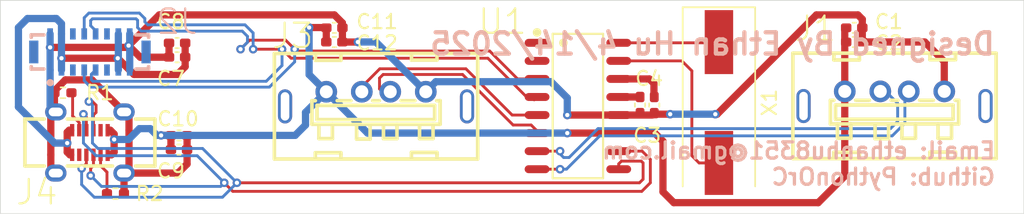
<source format=kicad_pcb>
(kicad_pcb (version 20241229) (generator "pcbnew") (generator_version "9.0")
  (layers (0 "F.Cu" signal "Top Layer") (2 "B.Cu" signal "Bottom Layer") (13 "F.Paste" user "Top Paste Mask Layer") (15 "B.Paste" user "Bottom Paste Mask Layer") (5 "F.SilkS" user "Top Silkscreen Layer") (7 "B.SilkS" user "Bottom Silkscreen Layer") (1 "F.Mask" user "Top Solder Mask Layer") (3 "B.Mask" user "Bottom Solder Mask Layer") (25 "Edge.Cuts" user))
  (net 0 "")
  (net 1 "Earth")
  (net 2 "+5V")
  (net 3 "Net-(U1-VDD18)")
  (net 4 "Net-(U1-VDD33)")
  (net 7 "/DM1")
  (net 8 "/DP1")
  (net 11 "/DM2")
  (net 12 "/DP2")
  (net 15 "/DM3")
  (net 17 "/DP3")
  (net 22 "/DP")
  (net 23 "/DM")
  (net 25 "Net-(J4-CC1)")
  (net 26 "Net-(J4-CC2)")
  (net 27 "Net-(U1-XOUT)")
  (net 29 "Net-(U1-XIN)")
  (footprint "Capacitor_SMD:C_0402_1005Metric_Pad0.74x0.62mm_HandSolder" (layer "F.Cu") (at 212.243575 96.2117)
    (property "Reference" "C2" (at 2.4325 0.0674 0) (layer "F.SilkS"))
    (property "Value" "0.1 uF")
    (pad "1" smd roundrect (at -0.5675 0) (size 0.735 0.62) (layers "F.Cu" "F.Mask" "F.Paste") (net 2 "+5V"))
    (pad "2" smd roundrect (at 0.5675 0) (size 0.735 0.62) (layers "F.Cu" "F.Mask" "F.Paste") (net 1 "Earth"))
  )
  (footprint "Capacitor_SMD:C_0402_1005Metric_Pad0.74x0.62mm_HandSolder" (layer "F.Cu") (at 164.7436 102.7791)
    (property "Reference" "C10" (at -0.067525 -1.16 0) (layer "F.SilkS"))
    (property "Value" "0.1 uF")
    (pad "1" smd roundrect (at -0.5675 0) (size 0.735 0.62) (layers "F.Cu" "F.Mask" "F.Paste") (net 2 "+5V"))
    (pad "2" smd roundrect (at 0.5675 0) (size 0.735 0.62) (layers "F.Cu" "F.Mask" "F.Paste") (net 1 "Earth"))
  )
  (footprint "Capacitor_SMD:C_0402_1005Metric_Pad0.74x0.62mm_HandSolder" (layer "F.Cu") (at 164.7436 103.7791)
    (property "Reference" "C9" (at -0.567525 1.5 0) (layer "F.SilkS"))
    (property "Value" "10 uF")
    (pad "1" smd roundrect (at -0.5675 0) (size 0.735 0.62) (layers "F.Cu" "F.Mask" "F.Paste") (net 2 "+5V"))
    (pad "2" smd roundrect (at 0.5675 0) (size 0.735 0.62) (layers "F.Cu" "F.Mask" "F.Paste") (net 1 "Earth"))
  )
  (footprint "Capacitor_SMD:C_0402_1005Metric_Pad0.74x0.62mm_HandSolder" (layer "F.Cu") (at 175.671575 96.2117)
    (property "Reference" "C12" (at 3.0045 0.0674 0) (layer "F.SilkS"))
    (property "Value" "0.1 uF")
    (pad "1" smd roundrect (at -0.5675 0) (size 0.735 0.62) (layers "F.Cu" "F.Mask" "F.Paste") (net 2 "+5V"))
    (pad "2" smd roundrect (at 0.5675 0) (size 0.735 0.62) (layers "F.Cu" "F.Mask" "F.Paste") (net 1 "Earth"))
  )
  (footprint "Capacitor_SMD:C_0402_1005Metric_Pad0.74x0.62mm_HandSolder" (layer "F.Cu") (at 212.243575 95.2117)
    (property "Reference" "C1" (at 2.4325 -0.4326 0) (layer "F.SilkS"))
    (property "Value" "10 uF")
    (pad "1" smd roundrect (at -0.5675 0) (size 0.735 0.62) (layers "F.Cu" "F.Mask" "F.Paste") (net 2 "+5V"))
    (pad "2" smd roundrect (at 0.5675 0) (size 0.735 0.62) (layers "F.Cu" "F.Mask" "F.Paste") (net 1 "Earth"))
  )
  (footprint "Resistor_SMD:R_0402_1005Metric_Pad0.72x0.64mm_HandSolder" (layer "F.Cu") (at 156.5786 99.7791)
    (property "Reference" "R1" (at 2.597475 0 0) (layer "F.SilkS"))
    (property "Value" "5.1k")
    (pad "1" smd roundrect (at -0.5975 0) (size 0.715 0.64) (layers "F.Cu" "F.Mask" "F.Paste") (net 1 "Earth"))
    (pad "2" smd roundrect (at 0.5975 0) (size 0.715 0.64) (layers "F.Cu" "F.Mask" "F.Paste") (net 25 "Net-(J4-CC1)"))
  )
  (footprint "Capacitor_SMD:C_0402_1005Metric_Pad0.74x0.62mm_HandSolder" (layer "F.Cu") (at 197.176075 100.6442 -90)
    (property "Reference" "C4" (at -1.8651 -0.64 180) (layer "F.SilkS"))
    (property "Value" "10 uF")
    (pad "1" smd roundrect (at -0.5675 0 270) (size 0.735 0.62) (layers "F.Cu" "F.Mask" "F.Paste") (net 4 "Net-(U1-VDD33)"))
    (pad "2" smd roundrect (at 0.5675 0 270) (size 0.735 0.62) (layers "F.Cu" "F.Mask" "F.Paste") (net 1 "Earth"))
  )
  (footprint "custom-components:USB-C-SMD_TYPEC-303-ACP16" (layer "F.Cu") (at 158.4761 103.2791)
    (property "Reference" "J4" (at -5.300025 4.5 0) (layer "F.SilkS") (effects (font (size 1.7145 1.7145) (thickness 0.1524)) (justify left bottom)))
    (property "Value" "TYPEC-303-ACP16" (hide yes))
    (pad "1" thru_hole oval (at -2.40005 -2.15011) (size 1.5 1.2) (drill oval 1 0.6096) (layers "*.Cu" "*.Mask") (net 1 "Earth"))
    (pad "2" thru_hole oval (at -2.40005 2.15011) (size 1.5 1.2) (drill oval 1 0.6096) (layers "*.Cu" "*.Mask") (net 1 "Earth"))
    (pad "3" thru_hole oval (at 2.4 -2.15001) (size 1.5 1.2) (drill oval 1 0.6096 (offset 0.00005 -0.0001)) (layers "*.Cu" "*.Mask") (net 1 "Earth"))
    (pad "4" thru_hole oval (at 2.40005 2.15011) (size 1.5 1.2) (drill oval 1 0.6096) (layers "*.Cu" "*.Mask") (net 1 "Earth"))
    (pad "A1" smd rect (at -2.75006 -0.86487) (size 0.3 0.87) (layers "F.Cu" "F.Mask" "F.Paste") (net 1 "Earth"))
    (pad "A4" smd rect (at -1.24993 -0.86487) (size 0.3 0.87) (layers "F.Cu" "F.Mask" "F.Paste") (net 2 "+5V"))
    (pad "A5" smd rect (at -0.75006 -0.86487) (size 0.3 0.87) (layers "F.Cu" "F.Mask" "F.Paste") (net 25 "Net-(J4-CC1)"))
    (pad "A6" smd rect (at -0.24994 -0.86487) (size 0.3 0.87) (layers "F.Cu" "F.Mask" "F.Paste") (net 22 "/DP"))
    (pad "A7" smd rect (at 0.24994 -0.86487) (size 0.3 0.87) (layers "F.Cu" "F.Mask" "F.Paste") (net 23 "/DM"))
    (pad "A8" smd rect (at 0.75006 -0.86487) (size 0.3 0.87) (layers "F.Cu" "F.Mask" "F.Paste"))
    (pad "A9" smd rect (at 1.24993 -0.86487) (size 0.3 0.87) (layers "F.Cu" "F.Mask" "F.Paste") (net 2 "+5V"))
    (pad "A12" smd rect (at 2.75006 -0.86487) (size 0.3 0.87) (layers "F.Cu" "F.Mask" "F.Paste") (net 1 "Earth"))
    (pad "B1" smd rect (at 2.75006 0.86512) (size 0.3 0.87) (layers "F.Cu" "F.Mask" "F.Paste") (net 1 "Earth"))
    (pad "B4" smd rect (at 1.24993 0.86512) (size 0.3 0.87) (layers "F.Cu" "F.Mask" "F.Paste") (net 2 "+5V"))
    (pad "B5" smd rect (at 0.75006 0.86512) (size 0.3 0.87) (layers "F.Cu" "F.Mask" "F.Paste") (net 26 "Net-(J4-CC2)"))
    (pad "B6" smd rect (at 0.24994 0.86512) (size 0.3 0.87) (layers "F.Cu" "F.Mask" "F.Paste") (net 22 "/DP"))
    (pad "B7" smd rect (at -0.24994 0.86512) (size 0.3 0.87) (layers "F.Cu" "F.Mask" "F.Paste") (net 23 "/DM"))
    (pad "B8" smd rect (at -0.75006 0.86512) (size 0.3 0.87) (layers "F.Cu" "F.Mask" "F.Paste"))
    (pad "B9" smd rect (at -1.24993 0.86512) (size 0.3 0.87) (layers "F.Cu" "F.Mask" "F.Paste") (net 2 "+5V"))
    (pad "B12" smd rect (at -2.75006 0.86512) (size 0.3 0.87) (layers "F.Cu" "F.Mask" "F.Paste") (net 1 "Earth"))
  )
  (footprint "Capacitor_SMD:C_0402_1005Metric_Pad0.74x0.62mm_HandSolder" (layer "F.Cu") (at 198.176075 100.6442 -90)
    (property "Reference" "C3" (at 2.1349 0.5 180) (layer "F.SilkS"))
    (property "Value" "10 uF")
    (pad "1" smd roundrect (at -0.5675 0 270) (size 0.735 0.62) (layers "F.Cu" "F.Mask" "F.Paste") (net 3 "Net-(U1-VDD18)"))
    (pad "2" smd roundrect (at 0.5675 0 270) (size 0.735 0.62) (layers "F.Cu" "F.Mask" "F.Paste") (net 1 "Earth"))
  )
  (footprint "Resistor_SMD:R_0402_1005Metric_Pad0.72x0.64mm_HandSolder" (layer "F.Cu") (at 160.2736 106.8751 180)
    (property "Reference" "R2" (at -2.402475 0 0) (layer "F.SilkS"))
    (property "Value" "5.1k")
    (pad "1" smd roundrect (at -0.5975 0 180) (size 0.715 0.64) (layers "F.Cu" "F.Mask" "F.Paste") (net 1 "Earth"))
    (pad "2" smd roundrect (at 0.5975 0 180) (size 0.715 0.64) (layers "F.Cu" "F.Mask" "F.Paste") (net 26 "Net-(J4-CC2)"))
  )
  (footprint "Crystal:Crystal_SMD_HC49-SD" (layer "F.Cu") (at 202.725075 100.4661 -90)
    (property "Reference" "X1" (at 0 -3.55 270) (layer "F.SilkS"))
    (property "Value" "12 MHz")
    (pad "1" smd rect (at -4.25 0 270) (size 4.5 2) (layers "F.Cu" "F.Mask" "F.Paste") (net 29 "Net-(U1-XIN)"))
    (pad "2" smd rect (at 4.25 0 270) (size 4.5 2) (layers "F.Cu" "F.Mask" "F.Paste") (net 27 "Net-(U1-XOUT)"))
  )
  (footprint "Capacitor_SMD:C_0402_1005Metric_Pad0.74x0.62mm_HandSolder" (layer "F.Cu") (at 175.671575 95.2117)
    (property "Reference" "C11" (at 3.0045 -0.4326 0) (layer "F.SilkS"))
    (property "Value" "10 uF")
    (pad "1" smd roundrect (at -0.5675 0) (size 0.735 0.62) (layers "F.Cu" "F.Mask" "F.Paste") (net 2 "+5V"))
    (pad "2" smd roundrect (at 0.5675 0) (size 0.735 0.62) (layers "F.Cu" "F.Mask" "F.Paste") (net 1 "Earth"))
  )
  (footprint "custom-components:SOP-16_L10.0-W3.9-P1.27-LS6.0-BL" (layer "F.Cu") (at 192.803575 100.7117 -90)
    (property "Reference" "U1" (at -4.9326 7.1275 0) (layer "F.SilkS") (effects (font (size 1.7145 1.7145) (thickness 0.1524)) (justify left bottom)))
    (property "Value" "SL2.1A" (hide yes))
    (pad "1" smd oval (at -4.445 2.87249 270) (size 0.55999 1.74501) (layers "F.Cu" "F.Mask" "F.Paste"))
    (pad "2" smd oval (at -3.175 2.87249 270) (size 0.55999 1.74501) (layers "F.Cu" "F.Mask" "F.Paste"))
    (pad "3" smd oval (at -1.905 2.87249 270) (size 0.55999 1.74501) (layers "F.Cu" "F.Mask" "F.Paste") (net 15 "/DM3"))
    (pad "4" smd oval (at -0.635 2.87249 270) (size 0.55999 1.74501) (layers "F.Cu" "F.Mask" "F.Paste") (net 17 "/DP3"))
    (pad "5" smd oval (at 0.635 2.87249 270) (size 0.55999 1.74501) (layers "F.Cu" "F.Mask" "F.Paste") (net 11 "/DM2"))
    (pad "6" smd oval (at 1.905 2.87249 270) (size 0.55999 1.74501) (layers "F.Cu" "F.Mask" "F.Paste") (net 12 "/DP2"))
    (pad "7" smd oval (at 3.175 2.87249 270) (size 0.55999 1.74501) (layers "F.Cu" "F.Mask" "F.Paste") (net 7 "/DM1"))
    (pad "8" smd oval (at 4.445 2.87249 270) (size 0.55999 1.74501) (layers "F.Cu" "F.Mask" "F.Paste") (net 8 "/DP1"))
    (pad "9" smd oval (at 4.445 -2.87249 270) (size 0.55999 1.74501) (layers "F.Cu" "F.Mask" "F.Paste") (net 23 "/DM"))
    (pad "10" smd oval (at 3.175 -2.87249 270) (size 0.55999 1.74501) (layers "F.Cu" "F.Mask" "F.Paste") (net 22 "/DP"))
    (pad "11" smd oval (at 1.905 -2.87249 270) (size 0.55999 1.74501) (layers "F.Cu" "F.Mask" "F.Paste") (net 2 "+5V"))
    (pad "12" smd oval (at 0.635 -2.87249 270) (size 0.55999 1.74501) (layers "F.Cu" "F.Mask" "F.Paste") (net 1 "Earth"))
    (pad "13" smd oval (at -0.635 -2.87249 270) (size 0.55999 1.74501) (layers "F.Cu" "F.Mask" "F.Paste") (net 4 "Net-(U1-VDD33)"))
    (pad "14" smd oval (at -1.905 -2.87249 270) (size 0.55999 1.74501) (layers "F.Cu" "F.Mask" "F.Paste") (net 3 "Net-(U1-VDD18)"))
    (pad "15" smd oval (at -3.175 -2.87249 270) (size 0.55999 1.74501) (layers "F.Cu" "F.Mask" "F.Paste") (net 27 "Net-(U1-XOUT)"))
    (pad "16" smd oval (at -4.445 -2.87249 270) (size 0.55999 1.74501) (layers "F.Cu" "F.Mask" "F.Paste") (net 29 "Net-(U1-XIN)"))
  )
  (footprint "custom-components:USB-A-FEMALE" (layer "F.Cu") (at 178.603275 100.223)
    (property "Reference" "J3" (at -7.4272 -3.4439 0) (layer "F.SilkS") (effects (font (size 1.7145 1.7145) (thickness 0.1524)) (justify left bottom)))
    (property "Value" "10.0 180° ZCJB-HJ" (hide yes))
    (pad "1" thru_hole circle (at -3.50014 -0.51504) (size 1.524 1.524) (drill 0.9144 (offset -0.0001 0.00005)) (layers "*.Cu" "*.Mask") (net 2 "+5V"))
    (pad "2" thru_hole circle (at -1.00078 -0.51504) (size 1.524 1.524) (drill 0.9144 (offset -0.0001 0.00005)) (layers "*.Cu" "*.Mask") (net 11 "/DM2"))
    (pad "3" thru_hole circle (at 1.00074 -0.51504) (size 1.524 1.524) (drill 0.9144 (offset -0.0001 0.00005)) (layers "*.Cu" "*.Mask") (net 12 "/DP2"))
    (pad "4" thru_hole circle (at 3.5001 -0.51504) (size 1.524 1.524) (drill 0.9144 (offset -0.0001 0.00005)) (layers "*.Cu" "*.Mask") (net 1 "Earth"))
    (pad "5" thru_hole oval (at -6.40105 0.51381 270) (size 2.4 1) (drill oval 2 0.6 (offset 0.00117 -0.00114)) (layers "*.Cu" "*.Mask"))
    (pad "6" thru_hole oval (at 6.40101 0.51381 90) (size 2.4 1) (drill oval 2 0.6 (offset -0.00117 -0.00109)) (layers "*.Cu" "*.Mask"))
  )
  (footprint "Capacitor_SMD:C_0402_1005Metric_Pad0.74x0.62mm_HandSolder" (layer "F.Cu") (at 164.6086 97.2791 180)
    (property "Reference" "C7" (at 0.432525 -1.5 0) (layer "F.SilkS"))
    (property "Value" "10 uF")
    (pad "1" smd roundrect (at -0.5675 0 180) (size 0.735 0.62) (layers "F.Cu" "F.Mask" "F.Paste") (net 2 "+5V"))
    (pad "2" smd roundrect (at 0.5675 0 180) (size 0.735 0.62) (layers "F.Cu" "F.Mask" "F.Paste") (net 1 "Earth"))
  )
  (footprint "Capacitor_SMD:C_0402_1005Metric_Pad0.74x0.62mm_HandSolder" (layer "F.Cu") (at 164.6086 96.2791 180)
    (property "Reference" "C8" (at 0.432525 1.5 0) (layer "F.SilkS"))
    (property "Value" "0.1 uF")
    (pad "1" smd roundrect (at -0.5675 0 180) (size 0.735 0.62) (layers "F.Cu" "F.Mask" "F.Paste") (net 2 "+5V"))
    (pad "2" smd roundrect (at 0.5675 0 180) (size 0.735 0.62) (layers "F.Cu" "F.Mask" "F.Paste") (net 1 "Earth"))
  )
  (footprint "custom-components:USB-A-FEMALE" (layer "F.Cu") (at 215.077075 100.1979)
    (property "Reference" "J1" (at -7.15017 -3.9188 0) (layer "F.SilkS") (effects (font (size 1.7145 1.7145) (thickness 0.1524)) (justify left bottom)))
    (property "Value" "10.0 180° ZCJB-HJ" (hide yes))
    (pad "1" thru_hole circle (at -3.50014 -0.51504) (size 1.524 1.524) (drill 0.9144 (offset -0.0001 0.00005)) (layers "*.Cu" "*.Mask") (net 2 "+5V"))
    (pad "2" thru_hole circle (at -1.00078 -0.51504) (size 1.524 1.524) (drill 0.9144 (offset -0.0001 0.00005)) (layers "*.Cu" "*.Mask") (net 7 "/DM1"))
    (pad "3" thru_hole circle (at 1.00074 -0.51504) (size 1.524 1.524) (drill 0.9144 (offset -0.0001 0.00005)) (layers "*.Cu" "*.Mask") (net 8 "/DP1"))
    (pad "4" thru_hole circle (at 3.5001 -0.51504) (size 1.524 1.524) (drill 0.9144 (offset -0.0001 0.00005)) (layers "*.Cu" "*.Mask") (net 1 "Earth"))
    (pad "5" thru_hole oval (at -6.40105 0.51381 270) (size 2.4 1) (drill oval 2 0.6 (offset 0.00117 -0.00114)) (layers "*.Cu" "*.Mask"))
    (pad "6" thru_hole oval (at 6.40101 0.51381 90) (size 2.4 1) (drill oval 2 0.6 (offset -0.00117 -0.00109)) (layers "*.Cu" "*.Mask"))
  )
  (footprint "custom-components:TYPE-C-SMD-MALE" (layer "B.Cu") (at 158.4761 96.9091)
    (property "Reference" "J2" (at 7.699975 -1.13 0) (layer "B.SilkS") (effects (font (size 1.7145 1.7145) (thickness 0.1524)) (justify left bottom mirror)))
    (property "Value" "918-118A2021Y40002" (hide yes))
    (pad "1" smd rect (at -2.79997 1.27) (size 0.4 0.78999) (layers "B.Cu" "B.Mask" "B.Paste") (net 1 "Earth"))
    (pad "2" smd rect (at -1.99987 1.27) (size 0.4 0.78999) (layers "B.Cu" "B.Mask" "B.Paste") (net 2 "+5V"))
    (pad "3" smd rect (at -1.20003 1.27) (size 0.4 0.78999) (layers "B.Cu" "B.Mask" "B.Paste"))
    (pad "4" smd rect (at -0.39993 1.27) (size 0.4 0.78999) (layers "B.Cu" "B.Mask" "B.Paste") (net 15 "/DM3"))
    (pad "5" smd rect (at 0.39992 1.27) (size 0.4 0.78999) (layers "B.Cu" "B.Mask" "B.Paste") (net 17 "/DP3"))
    (pad "6" smd rect (at 1.20002 1.27) (size 0.4 0.78999) (layers "B.Cu" "B.Mask" "B.Paste"))
    (pad "7" smd rect (at 2.00012 1.27) (size 0.4 0.78999) (layers "B.Cu" "B.Mask" "B.Paste") (net 2 "+5V"))
    (pad "8" smd rect (at 2.79997 1.27) (size 0.4 0.78999) (layers "B.Cu" "B.Mask" "B.Paste") (net 1 "Earth"))
    (pad "9" smd rect (at -2.79997 -1.27) (size 0.4 0.78999) (layers "B.Cu" "B.Mask" "B.Paste") (net 1 "Earth"))
    (pad "10" smd rect (at -1.99987 -1.27) (size 0.4 0.78999) (layers "B.Cu" "B.Mask" "B.Paste") (net 2 "+5V"))
    (pad "11" smd rect (at -1.20003 -1.27) (size 0.4 0.78999) (layers "B.Cu" "B.Mask" "B.Paste"))
    (pad "12" smd rect (at -0.39993 -1.27) (size 0.4 0.78999) (layers "B.Cu" "B.Mask" "B.Paste") (net 17 "/DP3"))
    (pad "13" smd rect (at 0.39992 -1.27) (size 0.4 0.78999) (layers "B.Cu" "B.Mask" "B.Paste") (net 15 "/DM3"))
    (pad "14" smd rect (at 1.20002 -1.27) (size 0.4 0.78999) (layers "B.Cu" "B.Mask" "B.Paste"))
    (pad "15" smd rect (at 2.00012 -1.27) (size 0.4 0.78999) (layers "B.Cu" "B.Mask" "B.Paste") (net 2 "+5V"))
    (pad "16" smd rect (at 2.79997 -1.27) (size 0.4 0.78999) (layers "B.Cu" "B.Mask" "B.Paste") (net 1 "Earth"))
    (pad "17" smd rect (at 3.95008 0) (size 0.65001 1.6) (layers "B.Cu" "B.Mask" "B.Paste"))
    (pad "18" smd rect (at -3.95008 0) (size 0.65001 1.6) (layers "B.Cu" "B.Mask" "B.Paste"))
  )
  (gr_rect (start 152.176075 93.2791) (end 224.176075 108.2791) (stroke (width 0.05)) (fill no) (layer "Edge.Cuts"))
  (gr_text "Designed By Ethan Hu 4/14/2025" (at 222.283075 97.2231 0) (layer "B.SilkS") (effects (font (size 1.5 1.5) (thickness 0.3) (bold yes)) (justify left bottom mirror)))
  (gr_text "Email: ethanhu8351@gmail.com\nGithub: PythonOrC" (at 222.283075 106.3671 0) (layer "B.SilkS") (effects (font (size 1.143 1.143) (thickness 0.2286) (bold yes)) (justify left bottom mirror)))
  (segment (start 158.62111 98.8741) (end 160.8761 101.12909) (width 0.508) (layer "F.Cu") (net 1))
  (segment (start 198.251475 101.2871) (end 198.176075 101.2117) (width 0.508) (layer "F.Cu") (net 1))
  (segment (start 156.751075 98.8741) (end 158.62111 98.8741) (width 0.508) (layer "F.Cu") (net 1))
  (segment (start 162.014075 97.2791) (end 164.0411 97.2791) (width 0.508) (layer "F.Cu") (net 1))
  (segment (start 175.674075 94.3021) (end 176.239075 94.8671) (width 0.508) (layer "F.Cu") (net 1))
  (segment (start 161.05204 105.6051) (end 160.87615 105.42921) (width 0.2) (layer "F.Cu") (net 1))
  (segment (start 160.87615 106.3671) (end 160.87615 106.77405) (width 0.508) (layer "F.Cu") (net 1))
  (segment (start 161.05204 105.6051) (end 161.196075 105.6051) (width 0.2) (layer "F.Cu") (net 1))
  (segment (start 155.72604 105.0792) (end 156.07605 105.42921) (width 0.2) (layer "F.Cu") (net 1))
  (segment (start 199.296075 101.2871) (end 198.251475 101.2871) (width 0.508) (layer "F.Cu") (net 1))
  (segment (start 155.72604 104.14422) (end 155.72604 101.479) (width 0.508) (layer "F.Cu") (net 1))
  (segment (start 160.87615 105.42921) (end 160.87615 106.3671) (width 0.508) (layer "F.Cu") (net 1))
  (segment (start 155.67613 96.5881) (end 161.069075 96.5881) (width 0.508) (layer "F.Cu") (net 1))
  (segment (start 161.069075 96.5881) (end 161.196075 96.4611) (width 0.508) (layer "F.Cu") (net 1))
  (segment (start 160.87615 106.77405) (end 160.8711 106.7791) (width 0.2) (layer "F.Cu") (net 1))
  (segment (start 195.676065 101.3467) (end 192.057075 101.3467) (width 0.508) (layer "F.Cu") (net 1))
  (segment (start 165.3111 104.792075) (end 164.673965 105.42921) (width 0.508) (layer "F.Cu") (net 1))
  (segment (start 164.673965 105.42921) (end 160.87615 105.42921) (width 0.508) (layer "F.Cu") (net 1))
  (segment (start 165.3111 102.7791) (end 165.3111 103.7791) (width 0.508) (layer "F.Cu") (net 1))
  (segment (start 160.87615 105.42921) (end 161.22616 105.0792) (width 0.2) (layer "F.Cu") (net 1))
  (segment (start 202.598075 101.2871) (end 209.583075 94.3021) (width 0.508) (layer "F.Cu") (net 1))
  (segment (start 198.041075 101.3467) (end 198.176075 101.2117) (width 0.2) (layer "F.Cu") (net 1))
  (segment (start 160.87615 106.3671) (end 160.87615 106.956025) (width 0.508) (layer "F.Cu") (net 1))
  (segment (start 218.577175 97.5812) (end 218.577175 99.68286) (width 0.508) (layer "F.Cu") (net 1))
  (segment (start 155.9811 99.7791) (end 155.9811 99.644075) (width 0.508) (layer "F.Cu") (net 1))
  (segment (start 161.196075 96.4611) (end 163.355075 94.3021) (width 0.508) (layer "F.Cu") (net 1))
  (segment (start 176.239075 96.2117) (end 177.320475 96.2117) (width 0.508) (layer "F.Cu") (net 1))
  (segment (start 164.0411 96.2791) (end 164.0411 97.2791) (width 0.508) (layer "F.Cu") (net 1))
  (segment (start 209.583075 94.3021) (end 212.504075 94.3021) (width 0.508) (layer "F.Cu") (net 1))
  (segment (start 195.676065 101.3467) (end 198.041075 101.3467) (width 0.508) (layer "F.Cu") (net 1))
  (segment (start 176.239075 95.2117) (end 176.239075 96.2117) (width 0.508) (layer "F.Cu") (net 1))
  (segment (start 155.9811 99.7791) (end 155.9811 101.03404) (width 0.508) (layer "F.Cu") (net 1))
  (segment (start 176.239075 94.8671) (end 176.239075 95.2117) (width 0.508) (layer "F.Cu") (net 1))
  (segment (start 217.203075 96.2071) (end 218.577175 97.5812) (width 0.508) (layer "F.Cu") (net 1))
  (segment (start 155.9811 99.644075) (end 156.751075 98.8741) (width 0.508) (layer "F.Cu") (net 1))
  (segment (start 212.811075 96.2117) (end 212.815675 96.2071) (width 0.508) (layer "F.Cu") (net 1))
  (segment (start 161.22616 105.0792) (end 161.22616 104.14422) (width 0.508) (layer "F.Cu") (net 1))
  (segment (start 155.9811 101.03404) (end 156.07605 101.12899) (width 0.2) (layer "F.Cu") (net 1))
  (segment (start 165.3111 103.7791) (end 165.3111 104.792075) (width 0.508) (layer "F.Cu") (net 1))
  (segment (start 212.811075 94.6091) (end 212.811075 95.2117) (width 0.508) (layer "F.Cu") (net 1))
  (segment (start 155.72604 101.479) (end 156.07605 101.12899) (width 0.508) (layer "F.Cu") (net 1))
  (segment (start 212.815675 96.2071) (end 217.203075 96.2071) (width 0.508) (layer "F.Cu") (net 1))
  (segment (start 212.504075 94.3021) (end 212.811075 94.6091) (width 0.508) (layer "F.Cu") (net 1))
  (segment (start 161.22616 104.14422) (end 161.22616 102.41423) (width 0.508) (layer "F.Cu") (net 1))
  (segment (start 161.22616 102.41423) (end 161.22616 101.47915) (width 0.508) (layer "F.Cu") (net 1))
  (segment (start 161.196075 96.4611) (end 162.014075 97.2791) (width 0.508) (layer "F.Cu") (net 1))
  (segment (start 155.72604 104.14422) (end 155.72604 105.0792) (width 0.508) (layer "F.Cu") (net 1))
  (segment (start 202.471075 101.2871) (end 202.598075 101.2871) (width 0.508) (layer "F.Cu") (net 1))
  (segment (start 163.355075 94.3021) (end 175.674075 94.3021) (width 0.508) (layer "F.Cu") (net 1))
  (segment (start 177.320475 96.2117) (end 177.325075 96.2071) (width 0.508) (layer "F.Cu") (net 1))
  (segment (start 212.811075 95.2117) (end 212.811075 96.2117) (width 0.508) (layer "F.Cu") (net 1))
  (segment (start 161.22616 101.47915) (end 160.8761 101.12909) (width 0.508) (layer "F.Cu") (net 1))
  (via (at 155.67613 96.5881) (size 0.6) (drill 0.3) (layers "F.Cu" "B.Cu") (net 1))
  (via (at 161.196075 96.4611) (size 0.6) (drill 0.3) (layers "F.Cu" "B.Cu") (net 1))
  (via (at 199.296075 101.2871) (size 0.6) (drill 0.3) (layers "F.Cu" "B.Cu") (net 1))
  (via (at 192.057075 101.3467) (size 0.6) (drill 0.3) (layers "F.Cu" "B.Cu") (net 1))
  (via (at 202.471075 101.2871) (size 0.6) (drill 0.3) (layers "F.Cu" "B.Cu") (net 1))
  (via (at 177.325075 96.2071) (size 0.6) (drill 0.3) (layers "F.Cu" "B.Cu") (net 1))
  (segment (start 202.471075 101.2871) (end 199.296075 101.2871) (width 0.508) (layer "B.Cu") (net 1))
  (segment (start 155.67613 100.72907) (end 155.67613 98.1791) (width 0.508) (layer "B.Cu") (net 1))
  (segment (start 161.196075 96.4611) (end 161.27607 96.381105) (width 0.508) (layer "B.Cu") (net 1))
  (segment (start 161.196075 96.4611) (end 161.27607 96.541095) (width 0.508) (layer "B.Cu") (net 1))
  (segment (start 161.27607 96.541095) (end 161.27607 98.1791) (width 0.508) (layer "B.Cu") (net 1))
  (segment (start 155.67613 98.1791) (end 155.67613 96.5881) (width 0.508) (layer "B.Cu") (net 1))
  (segment (start 155.67613 96.5881) (end 155.67613 95.6391) (width 0.508) (layer "B.Cu") (net 1))
  (segment (start 182.095935 99.70796) (end 182.103375 99.70796) (width 0.508) (layer "B.Cu") (net 1))
  (segment (start 190.914075 99.0011) (end 182.810235 99.0011) (width 0.508) (layer "B.Cu") (net 1))
  (segment (start 192.057075 100.1441) (end 190.914075 99.0011) (width 0.508) (layer "B.Cu") (net 1))
  (segment (start 182.810235 99.0011) (end 182.103375 99.70796) (width 0.508) (layer "B.Cu") (net 1))
  (segment (start 161.27607 96.381105) (end 161.27607 95.6391) (width 0.508) (layer "B.Cu") (net 1))
  (segment (start 177.325075 96.2071) (end 178.595075 96.2071) (width 0.508) (layer "B.Cu") (net 1))
  (segment (start 192.057075 101.3467) (end 192.057075 100.1441) (width 0.508) (layer "B.Cu") (net 1))
  (segment (start 178.595075 96.2071) (end 182.095935 99.70796) (width 0.508) (layer "B.Cu") (net 1))
  (segment (start 156.07605 101.12899) (end 155.67613 100.72907) (width 0.2) (layer "B.Cu") (net 1))
  (segment (start 209.710075 107.5101) (end 199.550075 107.5101) (width 0.508) (layer "F.Cu") (net 2))
  (segment (start 157.068195 104.14422) (end 156.878075 103.9541) (width 0.508) (layer "F.Cu") (net 2))
  (segment (start 156.47623 97.3501) (end 160.434075 97.3501) (width 0.508) (layer "F.Cu") (net 2))
  (segment (start 211.576935 105.64324) (end 209.710075 107.5101) (width 0.508) (layer "F.Cu") (net 2))
  (segment (start 211.576935 95.31084) (end 211.676075 95.2117) (width 0.2) (layer "F.Cu") (net 2))
  (segment (start 157.020945 102.41423) (end 157.12204 102.41423) (width 0.508) (layer "F.Cu") (net 2))
  (segment (start 164.625075 98.4931) (end 165.1761 97.942075) (width 0.508) (layer "F.Cu") (net 2))
  (segment (start 198.212675 102.6167) (end 195.676065 102.6167) (width 0.508) (layer "F.Cu") (net 2))
  (segment (start 156.878075 103.9541) (end 156.878075 103.3191) (width 0.508) (layer "F.Cu") (net 2))
  (segment (start 165.1761 96.2791) (end 165.1761 97.2791) (width 0.508) (layer "F.Cu") (net 2))
  (segment (start 159.910205 102.41423) (end 160.180075 102.6841) (width 0.508) (layer "F.Cu") (net 2))
  (segment (start 161.577075 98.4931) (end 164.625075 98.4931) (width 0.508) (layer "F.Cu") (net 2))
  (segment (start 160.434075 97.3501) (end 161.577075 98.4931) (width 0.508) (layer "F.Cu") (net 2))
  (segment (start 156.878075 102.5571) (end 157.020945 102.41423) (width 0.508) (layer "F.Cu") (net 2))
  (segment (start 175.104075 95.2117) (end 175.104075 96.2117) (width 0.508) (layer "F.Cu") (net 2))
  (segment (start 192.057075 102.6167) (end 195.676065 102.6167) (width 0.508) (layer "F.Cu") (net 2))
  (segment (start 160.180075 103.0651) (end 160.180075 102.6841) (width 0.508) (layer "F.Cu") (net 2))
  (segment (start 211.576935 99.68286) (end 211.576935 95.31084) (width 0.508) (layer "F.Cu") (net 2))
  (segment (start 175.083475 95.1911) (end 175.104075 95.2117) (width 0.508) (layer "F.Cu") (net 2))
  (segment (start 173.896075 95.1911) (end 175.083475 95.1911) (width 0.508) (layer "F.Cu") (net 2))
  (segment (start 159.989955 104.14422) (end 159.83016 104.14422) (width 0.508) (layer "F.Cu") (net 2))
  (segment (start 157.068195 104.14422) (end 157.12204 104.14422) (width 0.508) (layer "F.Cu") (net 2))
  (segment (start 199.550075 107.5101) (end 198.788075 106.7481) (width 0.508) (layer "F.Cu") (net 2))
  (segment (start 211.576935 99.68286) (end 211.576935 105.64324) (width 0.508) (layer "F.Cu") (net 2))
  (segment (start 160.180075 103.9541) (end 160.180075 103.0651) (width 0.508) (layer "F.Cu") (net 2))
  (segment (start 165.1761 97.942075) (end 165.1761 97.2791) (width 0.508) (layer "F.Cu") (net 2))
  (segment (start 163.482075 102.7791) (end 164.1761 102.7791) (width 0.508) (layer "F.Cu") (net 2))
  (segment (start 198.788075 106.7481) (end 198.788075 103.1921) (width 0.508) (layer "F.Cu") (net 2))
  (segment (start 198.788075 103.1921) (end 198.212675 102.6167) (width 0.508) (layer "F.Cu") (net 2))
  (segment (start 159.910205 102.41423) (end 159.83016 102.41423) (width 0.508) (layer "F.Cu") (net 2))
  (segment (start 164.1761 102.7791) (end 164.1761 103.7791) (width 0.508) (layer "F.Cu") (net 2))
  (segment (start 159.989955 104.14422) (end 160.180075 103.9541) (width 0.508) (layer "F.Cu") (net 2))
  (segment (start 156.878075 103.3191) (end 156.878075 102.5571) (width 0.508) (layer "F.Cu") (net 2))
  (via (at 156.878075 103.3191) (size 0.6) (drill 0.3) (layers "F.Cu" "B.Cu") (net 2))
  (via (at 173.896075 95.1911) (size 0.6) (drill 0.3) (layers "F.Cu" "B.Cu") (net 2))
  (via (at 160.180075 103.0651) (size 0.6) (drill 0.3) (layers "F.Cu" "B.Cu") (net 2))
  (via (at 163.482075 102.7791) (size 0.6) (drill 0.3) (layers "F.Cu" "B.Cu") (net 2))
  (via (at 192.057075 102.6167) (size 0.6) (drill 0.3) (layers "F.Cu" "B.Cu") (net 2))
  (via (at 156.47623 97.3501) (size 0.6) (drill 0.3) (layers "F.Cu" "B.Cu") (net 2))
  (via (at 160.434075 97.3501) (size 0.6) (drill 0.3) (layers "F.Cu" "B.Cu") (net 2))
  (segment (start 156.47623 94.916255) (end 156.370075 94.8101) (width 0.508) (layer "B.Cu") (net 2))
  (segment (start 161.196075 103.0651) (end 160.180075 103.0651) (width 0.508) (layer "B.Cu") (net 2))
  (segment (start 156.370075 94.8101) (end 156.116075 94.5561) (width 0.508) (layer "B.Cu") (net 2))
  (segment (start 163.482075 102.7791) (end 172.912075 102.7791) (width 0.508) (layer "B.Cu") (net 2))
  (segment (start 154.084075 94.5561) (end 153.449075 95.1911) (width 0.508) (layer "B.Cu") (net 2))
  (segment (start 162.720075 102.3031) (end 161.958075 102.3031) (width 0.508) (layer "B.Cu") (net 2))
  (segment (start 173.642075 101.1601) (end 175.094215 99.70796) (width 0.508) (layer "B.Cu") (net 2))
  (segment (start 172.912075 102.7791) (end 173.642075 102.0491) (width 0.508) (layer "B.Cu") (net 2))
  (segment (start 173.896075 98.5009) (end 173.896075 95.1911) (width 0.508) (layer "B.Cu") (net 2))
  (segment (start 178.011875 102.6167) (end 175.103135 99.70796) (width 0.508) (layer "B.Cu") (net 2))
  (segment (start 156.878075 103.3191) (end 155.989075 103.3191) (width 0.508) (layer "B.Cu") (net 2))
  (segment (start 153.449075 95.1911) (end 153.449075 100.7791) (width 0.508) (layer "B.Cu") (net 2))
  (segment (start 156.116075 94.5561) (end 155.989075 94.5561) (width 0.508) (layer "B.Cu") (net 2))
  (segment (start 173.642075 102.0491) (end 173.642075 101.1601) (width 0.508) (layer "B.Cu") (net 2))
  (segment (start 175.103135 99.70796) (end 173.896075 98.5009) (width 0.508) (layer "B.Cu") (net 2))
  (segment (start 155.989075 103.3191) (end 153.449075 100.7791) (width 0.508) (layer "B.Cu") (net 2))
  (segment (start 175.094215 99.70796) (end 175.103135 99.70796) (width 0.508) (layer "B.Cu") (net 2))
  (segment (start 161.958075 102.3031) (end 161.196075 103.0651) (width 0.508) (layer "B.Cu") (net 2))
  (segment (start 156.47623 95.6391) (end 156.47623 94.916255) (width 0.508) (layer "B.Cu") (net 2))
  (segment (start 163.482075 102.7791) (end 163.196075 102.7791) (width 0.508) (layer "B.Cu") (net 2))
  (segment (start 163.196075 102.7791) (end 162.720075 102.3031) (width 0.508) (layer "B.Cu") (net 2))
  (segment (start 192.057075 102.6167) (end 178.011875 102.6167) (width 0.508) (layer "B.Cu") (net 2))
  (segment (start 155.989075 94.5561) (end 154.084075 94.5561) (width 0.508) (layer "B.Cu") (net 2))
  (segment (start 156.47623 98.1791) (end 156.47623 97.3501) (width 0.508) (layer "B.Cu") (net 2))
  (segment (start 156.47623 97.3501) (end 156.47623 95.6391) (width 0.508) (layer "B.Cu") (net 2))
  (segment (start 160.47622 95.6391) (end 160.47622 98.1791) (width 0.508) (layer "B.Cu") (net 2))
  (segment (start 198.153075 99.1281) (end 198.153075 100.0537) (width 0.508) (layer "F.Cu") (net 3))
  (segment (start 198.153075 100.0537) (end 198.176075 100.0767) (width 0.508) (layer "F.Cu") (net 3))
  (segment (start 197.831675 98.8067) (end 198.153075 99.1281) (width 0.508) (layer "F.Cu") (net 3))
  (segment (start 195.676065 98.8067) (end 197.831675 98.8067) (width 0.508) (layer "F.Cu") (net 3))
  (segment (start 195.676065 100.0767) (end 197.176075 100.0767) (width 0.508) (layer "F.Cu") (net 4))
  (segment (start 189.931085 103.8867) (end 191.549075 103.8867) (width 0.2) (layer "F.Cu") (net 7))
  (via (at 191.549075 103.8867) (size 0.6) (drill 0.3) (layers "F.Cu" "B.Cu") (net 7))
  (segment (start 194.216075 102.3031) (end 214.790075 102.3031) (width 0.2) (layer "B.Cu") (net 7))
  (segment (start 214.076295 99.68286) (end 214.328835 99.68286) (width 0.2) (layer "B.Cu") (net 7))
  (segment (start 215.298075 100.5251) (end 214.455835 99.68286) (width 0.2) (layer "B.Cu") (net 7))
  (segment (start 191.803075 104.3351) (end 192.184075 104.3351) (width 0.2) (layer "B.Cu") (net 7))
  (segment (start 191.549075 103.8867) (end 191.549075 104.0811) (width 0.2) (layer "B.Cu") (net 7))
  (segment (start 192.184075 104.3351) (end 194.216075 102.3031) (width 0.2) (layer "B.Cu") (net 7))
  (segment (start 215.298075 101.7951) (end 215.298075 100.5251) (width 0.2) (layer "B.Cu") (net 7))
  (segment (start 191.549075 104.0811) (end 191.803075 104.3351) (width 0.2) (layer "B.Cu") (net 7))
  (segment (start 214.455835 99.68286) (end 214.076295 99.68286) (width 0.2) (layer "B.Cu") (net 7))
  (segment (start 214.790075 102.3031) (end 215.298075 101.7951) (width 0.2) (layer "B.Cu") (net 7))
  (segment (start 189.931085 105.1567) (end 191.549075 105.1567) (width 0.2) (layer "F.Cu") (net 8))
  (via (at 191.549075 105.1567) (size 0.6) (drill 0.3) (layers "F.Cu" "B.Cu") (net 8))
  (segment (start 191.997475 105.1567) (end 194.343075 102.8111) (width 0.2) (layer "B.Cu") (net 8))
  (segment (start 215.806075 101.9221) (end 215.806075 99.9546) (width 0.2) (layer "B.Cu") (net 8))
  (segment (start 194.343075 102.8111) (end 214.917075 102.8111) (width 0.2) (layer "B.Cu") (net 8))
  (segment (start 214.917075 102.8111) (end 215.806075 101.9221) (width 0.2) (layer "B.Cu") (net 8))
  (segment (start 191.549075 105.1567) (end 191.997475 105.1567) (width 0.2) (layer "B.Cu") (net 8))
  (segment (start 215.806075 99.9546) (end 216.077815 99.68286) (width 0.2) (layer "B.Cu") (net 8))
  (segment (start 177.602495 99.35868) (end 177.602495 99.70796) (width 0.2) (layer "F.Cu") (net 11))
  (segment (start 177.602495 99.2791) (end 178.031355 99.2791) (width 0.2) (layer "F.Cu") (net 11))
  (segment (start 177.602495 99.70796) (end 177.602495 99.10468) (width 0.2) (layer "F.Cu") (net 11))
  (segment (start 189.931085 101.3467) (end 188.179675 101.3467) (width 0.2) (layer "F.Cu") (net 11))
  (segment (start 177.602495 99.70796) (end 177.602495 100.20552) (width 0.2) (layer "F.Cu") (net 11))
  (segment (start 178.031355 99.2791) (end 177.602495 99.70796) (width 0.2) (layer "F.Cu") (net 11))
  (segment (start 184.925075 98.0921) (end 178.869075 98.0921) (width 0.2) (layer "F.Cu") (net 11))
  (segment (start 188.179675 101.3467) (end 184.925075 98.0921) (width 0.2) (layer "F.Cu") (net 11))
  (segment (start 178.869075 98.0921) (end 177.602495 99.35868) (width 0.2) (layer "F.Cu") (net 11))
  (segment (start 179.047935 99.70796) (end 179.604015 99.70796) (width 0.2) (layer "F.Cu") (net 12))
  (segment (start 188.247075 102.0491) (end 184.691075 98.4931) (width 0.2) (layer "F.Cu") (net 12))
  (segment (start 178.849075 99.5091) (end 179.047935 99.70796) (width 0.2) (layer "F.Cu") (net 12))
  (segment (start 189.517075 102.0491) (end 188.247075 102.0491) (width 0.2) (layer "F.Cu") (net 12))
  (segment (start 189.931085 102.6167) (end 189.931085 102.46311) (width 0.2) (layer "F.Cu") (net 12))
  (segment (start 179.604015 99.70796) (end 179.604015 99.85116) (width 0.2) (layer "F.Cu") (net 12))
  (segment (start 178.849075 98.7471) (end 178.849075 99.5091) (width 0.2) (layer "F.Cu") (net 12))
  (segment (start 189.931085 102.46311) (end 189.517075 102.0491) (width 0.2) (layer "F.Cu") (net 12))
  (segment (start 179.230075 99.5091) (end 179.405155 99.5091) (width 0.2) (layer "F.Cu") (net 12))
  (segment (start 184.691075 98.4931) (end 179.103075 98.4931) (width 0.2) (layer "F.Cu") (net 12))
  (segment (start 179.103075 98.4931) (end 178.849075 98.7471) (width 0.2) (layer "F.Cu") (net 12))
  (segment (start 179.405155 99.5091) (end 179.604015 99.70796) (width 0.2) (layer "F.Cu") (net 12))
  (segment (start 172.245075 96.0801) (end 172.880075 96.7151) (width 0.2) (layer "F.Cu") (net 15))
  (segment (start 169.705075 96.0801) (end 172.245075 96.0801) (width 0.2) (layer "F.Cu") (net 15))
  (segment (start 172.880075 96.7151) (end 173.007075 96.8421) (width 0.2) (layer "F.Cu") (net 15))
  (segment (start 188.560675 98.8067) (end 189.931085 98.8067) (width 0.2) (layer "F.Cu") (net 15))
  (segment (start 189.903485 98.7791) (end 189.931085 98.8067) (width 0.2) (layer "F.Cu") (net 15))
  (segment (start 189.931085 98.8067) (end 189.449675 98.8067) (width 0.2) (layer "F.Cu") (net 15))
  (segment (start 173.007075 96.8421) (end 186.596075 96.8421) (width 0.2) (layer "F.Cu") (net 15))
  (segment (start 186.596075 96.8421) (end 188.560675 98.8067) (width 0.2) (layer "F.Cu") (net 15))
  (segment (start 169.070075 96.7151) (end 169.705075 96.0801) (width 0.2) (layer "F.Cu") (net 15))
  (via (at 169.070075 96.7151) (size 0.6) (drill 0.3) (layers "F.Cu" "B.Cu") (net 15))
  (via (at 172.880075 96.7151) (size 0.6) (drill 0.3) (layers "F.Cu" "B.Cu") (net 15))
  (segment (start 161.831075 95.1911) (end 162.085075 95.4451) (width 0.2) (layer "B.Cu") (net 15))
  (segment (start 172.880075 96.7151) (end 172.880075 97.6041) (width 0.2) (layer "B.Cu") (net 15))
  (segment (start 158.656075 94.5751) (end 161.723075 94.5751) (width 0.2) (layer "B.Cu") (net 15))
  (segment (start 161.723075 94.5751) (end 161.831075 94.6831) (width 0.2) (layer "B.Cu") (net 15))
  (segment (start 158.87602 95.6391) (end 158.87602 95.411045) (width 0.2) (layer "B.Cu") (net 15))
  (segment (start 158.529075 95.0641) (end 158.529075 94.7021) (width 0.2) (layer "B.Cu") (net 15))
  (segment (start 169.559075 96.2261) (end 169.070075 96.7151) (width 0.2) (layer "B.Cu") (net 15))
  (segment (start 162.085075 95.4451) (end 169.197075 95.4451) (width 0.2) (layer "B.Cu") (net 15))
  (segment (start 158.87602 95.411045) (end 158.529075 95.0641) (width 0.2) (layer "B.Cu") (net 15))
  (segment (start 158.529075 99.3821) (end 158.07617 98.929195) (width 0.2) (layer "B.Cu") (net 15))
  (segment (start 158.07617 98.929195) (end 158.07617 98.1791) (width 0.2) (layer "B.Cu") (net 15))
  (segment (start 172.880075 97.6041) (end 171.102075 99.3821) (width 0.2) (layer "B.Cu") (net 15))
  (segment (start 169.559075 95.8071) (end 169.559075 96.2261) (width 0.2) (layer "B.Cu") (net 15))
  (segment (start 171.102075 99.3821) (end 158.529075 99.3821) (width 0.2) (layer "B.Cu") (net 15))
  (segment (start 158.529075 94.7021) (end 158.656075 94.5751) (width 0.2) (layer "B.Cu") (net 15))
  (segment (start 169.197075 95.4451) (end 169.559075 95.8071) (width 0.2) (layer "B.Cu") (net 15))
  (segment (start 161.831075 94.6831) (end 161.831075 95.1911) (width 0.2) (layer "B.Cu") (net 15))
  (segment (start 189.195675 100.0767) (end 189.931085 100.0767) (width 0.2) (layer "F.Cu") (net 17))
  (segment (start 186.469075 97.3501) (end 189.195675 100.0767) (width 0.2) (layer "F.Cu") (net 17))
  (segment (start 189.728685 100.2791) (end 189.931085 100.0767) (width 0.2) (layer "F.Cu") (net 17))
  (segment (start 171.991075 96.7151) (end 172.626075 97.3501) (width 0.2) (layer "F.Cu") (net 17))
  (segment (start 169.959075 96.7151) (end 171.991075 96.7151) (width 0.2) (layer "F.Cu") (net 17))
  (segment (start 172.626075 97.3501) (end 186.469075 97.3501) (width 0.2) (layer "F.Cu") (net 17))
  (via (at 171.991075 96.7151) (size 0.6) (drill 0.3) (layers "F.Cu" "B.Cu") (net 17))
  (via (at 169.959075 96.7151) (size 0.6) (drill 0.3) (layers "F.Cu" "B.Cu") (net 17))
  (segment (start 158.684918 98.972257) (end 158.57617 98.863509) (width 0.2) (layer "B.Cu") (net 17))
  (segment (start 158.57617 98.47895) (end 158.87602 98.1791) (width 0.2) (layer "B.Cu") (net 17))
  (segment (start 158.57617 98.863509) (end 158.57617 98.47895) (width 0.2) (layer "B.Cu") (net 17))
  (segment (start 169.959075 95.5721) (end 169.959075 96.7151) (width 0.2) (layer "B.Cu") (net 17))
  (segment (start 170.876918 98.972257) (end 158.684918 98.972257) (width 0.2) (layer "B.Cu") (net 17))
  (segment (start 169.387575 95.0006) (end 169.959075 95.5721) (width 0.2) (layer "B.Cu") (net 17))
  (segment (start 162.339075 94.5561) (end 162.339075 94.7911) (width 0.2) (layer "B.Cu") (net 17))
  (segment (start 158.07617 95.6391) (end 158.07617 94.501005) (width 0.2) (layer "B.Cu") (net 17))
  (segment (start 162.548575 95.0006) (end 169.387575 95.0006) (width 0.2) (layer "B.Cu") (net 17))
  (segment (start 158.402075 94.1751) (end 161.958075 94.1751) (width 0.2) (layer "B.Cu") (net 17))
  (segment (start 158.07617 94.501005) (end 158.402075 94.1751) (width 0.2) (layer "B.Cu") (net 17))
  (segment (start 171.991075 97.8581) (end 171.991075 96.7151) (width 0.2) (layer "B.Cu") (net 17))
  (segment (start 161.958075 94.1751) (end 162.339075 94.5561) (width 0.2) (layer "B.Cu") (net 17))
  (segment (start 158.87602 98.1791) (end 158.87602 98.400155) (width 0.2) (layer "B.Cu") (net 17))
  (segment (start 158.87602 98.1791) (end 158.87602 98.459045) (width 0.2) (layer "B.Cu") (net 17))
  (segment (start 162.339075 94.7911) (end 162.548575 95.0006) (width 0.2) (layer "B.Cu") (net 17))
  (segment (start 171.991075 97.8581) (end 170.876918 98.972257) (width 0.2) (layer "B.Cu") (net 17))
  (segment (start 158.529075 105.6051) (end 158.529075 105.0971) (width 0.2) (layer "F.Cu") (net 22))
  (segment (start 168.528075 106.7141) (end 167.927075 106.1131) (width 0.2) (layer "F.Cu") (net 22))
  (segment (start 197.298075 106.7141) (end 168.528075 106.7141) (width 0.2) (layer "F.Cu") (net 22))
  (segment (start 197.899075 106.1131) (end 197.298075 106.7141) (width 0.2) (layer "F.Cu") (net 22))
  (segment (start 196.386275 103.8271) (end 196.326675 103.8867) (width 0.2) (layer "F.Cu") (net 22))
  (segment (start 158.529075 105.0971) (end 158.72604 104.900135) (width 0.2) (layer "F.Cu") (net 22))
  (segment (start 197.323675 103.8867) (end 197.899075 104.4621) (width 0.2) (layer "F.Cu") (net 22))
  (segment (start 158.72604 104.900135) (end 158.72604 104.14422) (width 0.2) (layer "F.Cu") (net 22))
  (segment (start 195.676065 103.8867) (end 197.323675 103.8867) (width 0.2) (layer "F.Cu") (net 22))
  (segment (start 158.021075 101.2871) (end 158.22616 101.492185) (width 0.2) (layer "F.Cu") (net 22))
  (segment (start 197.899075 104.4621) (end 197.899075 106.1131) (width 0.2) (layer "F.Cu") (net 22))
  (segment (start 158.22616 101.492185) (end 158.22616 102.41423) (width 0.2) (layer "F.Cu") (net 22))
  (via (at 158.529075 105.6051) (size 0.6) (drill 0.3) (layers "F.Cu" "B.Cu") (net 22))
  (via (at 167.927075 106.1131) (size 0.6) (drill 0.3) (layers "F.Cu" "B.Cu") (net 22))
  (via (at 158.021075 101.2871) (size 0.6) (drill 0.3) (layers "F.Cu" "B.Cu") (net 22))
  (segment (start 158.910075 104.2081) (end 166.022075 104.2081) (width 0.2) (layer "B.Cu") (net 22))
  (segment (start 158.021075 103.3191) (end 158.910075 104.2081) (width 0.2) (layer "B.Cu") (net 22))
  (segment (start 158.529075 105.6051) (end 159.291075 106.3671) (width 0.2) (layer "B.Cu") (net 22))
  (segment (start 158.021075 101.2871) (end 158.021075 103.3191) (width 0.2) (layer "B.Cu") (net 22))
  (segment (start 166.022075 104.2081) (end 167.927075 106.1131) (width 0.2) (layer "B.Cu") (net 22))
  (segment (start 159.291075 106.3671) (end 167.673075 106.3671) (width 0.2) (layer "B.Cu") (net 22))
  (segment (start 167.673075 106.3671) (end 167.927075 106.1131) (width 0.2) (layer "B.Cu") (net 22))
  (segment (start 195.676065 105.1567) (end 195.676065 104.78011) (width 0.2) (layer "F.Cu") (net 23))
  (segment (start 158.656075 100.3981) (end 158.910075 100.6521) (width 0.2) (layer "F.Cu") (net 23))
  (segment (start 197.391075 104.7161) (end 197.391075 105.8591) (width 0.2) (layer "F.Cu") (net 23))
  (segment (start 197.137075 106.1131) (end 168.816075 106.1131) (width 0.2) (layer "F.Cu") (net 23))
  (segment (start 157.894075 105.0971) (end 158.22616 104.765015) (width 0.2) (layer "F.Cu") (net 23))
  (segment (start 158.72604 101.344135) (end 158.72604 102.41423) (width 0.2) (layer "F.Cu") (net 23))
  (segment (start 158.910075 100.6521) (end 158.910075 101.1601) (width 0.2) (layer "F.Cu") (net 23))
  (segment (start 158.22616 104.765015) (end 158.22616 104.14422) (width 0.2) (layer "F.Cu") (net 23))
  (segment (start 158.402075 100.3981) (end 158.656075 100.3981) (width 0.2) (layer "F.Cu") (net 23))
  (segment (start 195.867075 104.5891) (end 197.264075 104.5891) (width 0.2) (layer "F.Cu") (net 23))
  (segment (start 197.391075 105.8591) (end 197.137075 106.1131) (width 0.2) (layer "F.Cu") (net 23))
  (segment (start 158.910075 101.1601) (end 158.72604 101.344135) (width 0.2) (layer "F.Cu") (net 23))
  (segment (start 195.676065 104.78011) (end 195.867075 104.5891) (width 0.2) (layer "F.Cu") (net 23))
  (segment (start 197.264075 104.5891) (end 197.391075 104.7161) (width 0.2) (layer "F.Cu") (net 23))
  (via (at 157.894075 105.0971) (size 0.6) (drill 0.3) (layers "F.Cu" "B.Cu") (net 23))
  (via (at 158.402075 100.3981) (size 0.6) (drill 0.3) (layers "F.Cu" "B.Cu") (net 23))
  (via (at 168.816075 106.1131) (size 0.6) (drill 0.3) (layers "F.Cu" "B.Cu") (net 23))
  (segment (start 157.894075 106.2401) (end 157.894075 105.0971) (width 0.2) (layer "B.Cu") (net 23))
  (segment (start 158.656075 103.3191) (end 159.037075 103.7001) (width 0.2) (layer "B.Cu") (net 23))
  (segment (start 158.656075 100.6521) (end 158.656075 103.3191) (width 0.2) (layer "B.Cu") (net 23))
  (segment (start 158.402075 100.3981) (end 158.656075 100.6521) (width 0.2) (layer "B.Cu") (net 23))
  (segment (start 158.783075 107.1291) (end 167.800075 107.1291) (width 0.2) (layer "B.Cu") (net 23))
  (segment (start 159.037075 103.7001) (end 166.403075 103.7001) (width 0.2) (layer "B.Cu") (net 23))
  (segment (start 167.800075 107.1291) (end 168.816075 106.1131) (width 0.2) (layer "B.Cu") (net 23))
  (segment (start 157.894075 106.2401) (end 158.783075 107.1291) (width 0.2) (layer "B.Cu") (net 23))
  (segment (start 166.403075 103.7001) (end 168.816075 106.1131) (width 0.2) (layer "B.Cu") (net 23))
  (segment (start 157.259075 101.4141) (end 157.259075 99.862075) (width 0.2) (layer "F.Cu") (net 25))
  (segment (start 157.259075 99.862075) (end 157.1761 99.7791) (width 0.2) (layer "F.Cu") (net 25))
  (segment (start 157.72604 102.41423) (end 157.72604 101.881065) (width 0.2) (layer "F.Cu") (net 25))
  (segment (start 157.72604 101.881065) (end 157.259075 101.4141) (width 0.2) (layer "F.Cu") (net 25))
  (segment (start 159.22616 104.14422) (end 159.22616 104.91622) (width 0.2) (layer "F.Cu") (net 26))
  (segment (start 159.603058 105.293117) (end 159.672075 105.362135) (width 0.2) (layer "F.Cu") (net 26))
  (segment (start 159.603058 105.293117) (end 159.6761 105.366159) (width 0.2) (layer "F.Cu") (net 26))
  (segment (start 159.6761 105.366159) (end 159.6761 106.8751) (width 0.2) (layer "F.Cu") (net 26))
  (segment (start 159.22616 104.91622) (end 159.603058 105.293117) (width 0.2) (layer "F.Cu") (net 26))
  (segment (start 200.117675 97.5367) (end 200.820075 98.2391) (width 0.2) (layer "F.Cu") (net 27))
  (segment (start 201.328075 104.7161) (end 202.725075 104.7161) (width 0.2) (layer "F.Cu") (net 27))
  (segment (start 202.471075 104.4621) (end 202.725075 104.7161) (width 0.2) (layer "F.Cu") (net 27))
  (segment (start 200.820075 104.2081) (end 201.328075 104.7161) (width 0.2) (layer "F.Cu") (net 27))
  (segment (start 195.676065 97.5367) (end 200.117675 97.5367) (width 0.2) (layer "F.Cu") (net 27))
  (segment (start 200.820075 98.2391) (end 200.820075 104.2081) (width 0.2) (layer "F.Cu") (net 27))
  (segment (start 195.676065 96.2667) (end 202.481075 96.2667) (width 0.2) (layer "F.Cu") (net 29))
  (segment (start 202.481075 96.2667) (end 202.676075 96.4617) (width 0.2) (layer "F.Cu") (net 29))
)
</source>
